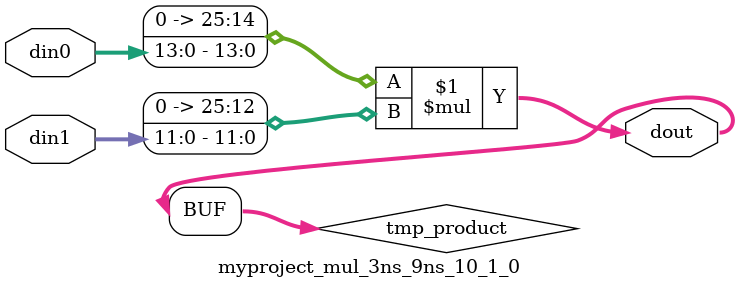
<source format=v>

`timescale 1 ns / 1 ps

  module myproject_mul_3ns_9ns_10_1_0(din0, din1, dout);
parameter ID = 1;
parameter NUM_STAGE = 0;
parameter din0_WIDTH = 14;
parameter din1_WIDTH = 12;
parameter dout_WIDTH = 26;

input [din0_WIDTH - 1 : 0] din0; 
input [din1_WIDTH - 1 : 0] din1; 
output [dout_WIDTH - 1 : 0] dout;

wire signed [dout_WIDTH - 1 : 0] tmp_product;










assign tmp_product = $signed({1'b0, din0}) * $signed({1'b0, din1});











assign dout = tmp_product;







endmodule

</source>
